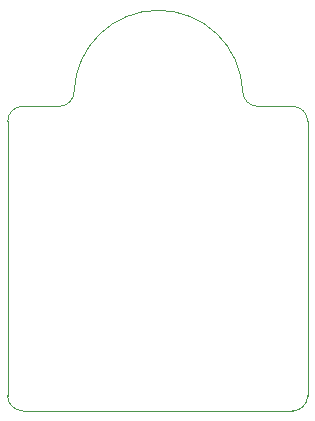
<source format=gko>
G04 Layer_Color=9147313*
%FSAX24Y24*%
%MOIN*%
G70*
G01*
G75*
%ADD34C,0.0010*%
D34*
X200300Y137600D02*
G03*
X199800Y137100I000000J-000500D01*
G01*
X209800D02*
G03*
X209300Y137600I-000500J000000D01*
G01*
X201515Y137600D02*
G03*
X202015Y138100I000000J000500D01*
G01*
X207635D02*
G03*
X208135Y137600I000500J000000D01*
G01*
X207635Y138100D02*
G03*
X202015Y138100I-002810J-000111D01*
G01*
X199800Y127950D02*
G03*
X200300Y127450I000500J000000D01*
G01*
X209300D02*
G03*
X209800Y127950I000000J000500D01*
G01*
X200300Y137600D02*
X201515D01*
X208135D02*
X209300D01*
X200300Y127450D02*
X209300D01*
X199800Y127950D02*
Y137100D01*
X209800Y127950D02*
Y137100D01*
M02*

</source>
